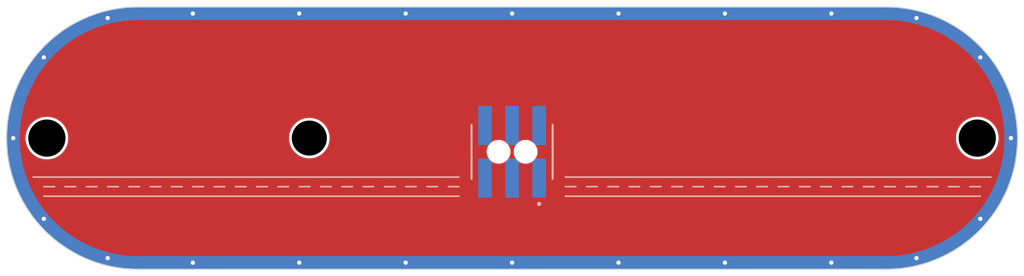
<source format=kicad_pcb>
(kicad_pcb (version 20211014) (generator pcbnew)
  (title_block (title "Joulescope JS220 Front Panel Template") (date "2022-11-12") (rev "1.2") (company "Alvaro Prieto"))
  (layers (0 "F.Cu" signal) (31 "B.Cu" signal) (34 "B.Paste" user) (35 "F.Paste" user) (36 "B.SilkS" user "B.Silkscreen") (37 "F.SilkS" user "F.Silkscreen") (38 "B.Mask" user) (39 "F.Mask" user) (44 "Edge.Cuts" user))
  (net 0 "")
  (net 1 "/V+")
  (net 2 "/V-")
  (net 3 "/I+")
  (net 4 "/I-")
  (net 5 "/CH_GND")
  (footprint "Joulescope:MOUNTING_HOLE_3.3MM" (layer "F.Cu") (at 130.95 100)
    (fp_text reference "H3" hide)
    (fp_text value "MountingHole" hide)
    (pad "" np_thru_hole circle locked (at 0 0) (size 3.3 3.3) (drill 3.3) (layers *.Mask))
  )
  (footprint "Joulescope:MOUNTING_HOLE_3.5_W_KO" (layer "F.Cu") (at 193.71 100)
    (fp_text reference "H2" hide)
    (fp_text value "MountingHole" hide)
    (pad "" np_thru_hole circle locked (at 0 0) (size 3.5 3.5) (drill 3.5) (layers *.Mask))
  )
  (footprint "Joulescope:MOUNTING_HOLE_3.5_W_KO" (layer "F.Cu") (at 106.29 100)
    (fp_text reference "H1" hide)
    (fp_text value "MountingHole" hide)
    (pad "" np_thru_hole circle locked (at 0 0) (size 3.5 3.5) (drill 3.5) (layers *.Mask))
  )
  (footprint "Joulescope:TINY_TP" (layer "F.Cu") (at 169.6 89.5)
    (fp_text reference "TP1" hide)
    (fp_text value "Chassis Ground" hide)
    (pad "1" smd circle locked (at 0 0.3) (size 0.1 0.1) (layers "F.Cu" "F.Paste" "F.Mask") (net 5 "/CH_GND"))
  )
  (footprint "Joulescope:SAMTEC_TSM-103-01-S-DV-A" (layer "B.Cu") (at 150 101.29)
    (fp_text reference "J1" hide)
    (fp_text value "JS220" hide)
    (fp_line (start -3.81 -2.54) (end -3.81 2.54) (layer "B.SilkS") (width 0.2))
    (fp_line (start 3.81 2.54) (end 3.81 -2.54) (layer "B.SilkS") (width 0.2))
    (fp_circle (center 2.54 4.9) (end 2.64 4.9) (layer "B.SilkS") (width 0.2) (fill none))
    (pad "" np_thru_hole circle locked (at 1.27 0) (size 1.73 1.73) (drill 1.73) (layers *.Cu *.Mask))
    (pad "" np_thru_hole circle locked (at -1.27 0) (size 1.73 1.73) (drill 1.73) (layers *.Cu *.Mask))
    (pad "1" smd custom locked (at 2.54 2.475) (size 0.8 2.5) (layers "B.Cu") (net 3 "/I+") (options (clearance outline) (anchor rect)) (primitives (gr_poly (pts (xy 0.635 -1.84) (xy 0.635 1.84) (xy -0.635 1.84) (xy -0.635 -1.48) (xy -0.275 -1.84)) (width 0.01) (fill yes))))
    (pad "2" smd custom locked (at 2.54 -2.475) (size 0.8 2.5) (layers "B.Cu") (net 3 "/I+") (options (clearance outline) (anchor rect)) (primitives (gr_poly (pts (xy 0.635 1.84) (xy 0.635 -1.84) (xy -0.635 -1.84) (xy -0.635 1.48) (xy -0.275 1.84)) (width 0.01) (fill yes))))
    (pad "3" smd custom locked (at 0 2.475) (size 0.8 2.5) (layers "B.Cu") (net 4 "/I-") (options (clearance outline) (anchor rect)) (primitives (gr_poly (pts (xy -0.275 -1.84) (xy 0.275 -1.84) (xy 0.635 -1.48) (xy 0.635 1.84) (xy -0.635 1.84) (xy -0.635 -1.48)) (width 0.01) (fill yes))))
    (pad "4" smd custom locked (at 0 -2.475) (size 0.8 2.5) (layers "B.Cu") (net 4 "/I-") (options (clearance outline) (anchor rect)) (primitives (gr_poly (pts (xy 0.275 1.84) (xy -0.275 1.84) (xy -0.635 1.48) (xy -0.635 -1.84) (xy 0.635 -1.84) (xy 0.635 1.48)) (width 0.01) (fill yes))))
    (pad "5" smd custom locked (at -2.54 2.475) (size 0.8 2.5) (layers "B.Cu") (net 2 "/V-") (options (clearance outline) (anchor rect)) (primitives (gr_poly (pts (xy -0.635 -1.84) (xy -0.635 1.84) (xy 0.635 1.84) (xy 0.635 -1.48) (xy 0.275 -1.84)) (width 0.01) (fill yes))))
    (pad "6" smd custom locked (at -2.54 -2.475) (size 0.8 2.5) (layers "B.Cu") (net 1 "/V+") (options (clearance outline) (anchor rect)) (primitives (gr_poly (pts (xy -0.635 1.84) (xy -0.635 -1.84) (xy 0.635 -1.84) (xy 0.635 1.48) (xy 0.275 1.84)) (width 0.01) (fill yes))))
  )
  (gr_line locked (start 163 104.57) (end 164 104.57) (layer "B.SilkS") (width 0.15))
  (gr_line locked (start 193 104.57) (end 194 104.57) (layer "B.SilkS") (width 0.15))
  (gr_line locked (start 116 104.57) (end 117 104.57) (layer "B.SilkS") (width 0.15))
  (gr_line locked (start 138 104.57) (end 139 104.57) (layer "B.SilkS") (width 0.15))
  (gr_line locked (start 136 104.57) (end 137 104.57) (layer "B.SilkS") (width 0.15))
  (gr_line locked (start 169 104.57) (end 170 104.57) (layer "B.SilkS") (width 0.15))
  (gr_line locked (start 159 104.57) (end 160 104.57) (layer "B.SilkS") (width 0.15))
  (gr_line locked (start 118 104.57) (end 119 104.57) (layer "B.SilkS") (width 0.15))
  (gr_line locked (start 167 104.57) (end 168 104.57) (layer "B.SilkS") (width 0.15))
  (gr_line locked (start 134 104.57) (end 135 104.57) (layer "B.SilkS") (width 0.15))
  (gr_line locked (start 161 104.57) (end 162 104.57) (layer "B.SilkS") (width 0.15))
  (gr_line locked (start 128 104.57) (end 129 104.57) (layer "B.SilkS") (width 0.15))
  (gr_line locked (start 106 104.57) (end 107 104.57) (layer "B.SilkS") (width 0.15))
  (gr_line locked (start 126 104.57) (end 127 104.57) (layer "B.SilkS") (width 0.15))
  (gr_line locked (start 189 104.57) (end 190 104.57) (layer "B.SilkS") (width 0.15))
  (gr_line locked (start 110 104.57) (end 111 104.57) (layer "B.SilkS") (width 0.15))
  (gr_line locked (start 108 104.57) (end 109 104.57) (layer "B.SilkS") (width 0.15))
  (gr_line locked (start 191 104.57) (end 192 104.57) (layer "B.SilkS") (width 0.15))
  (gr_line locked (start 165 104.57) (end 166 104.57) (layer "B.SilkS") (width 0.15))
  (gr_line locked (start 155 105.47) (end 194 105.47) (layer "B.SilkS") (width 0.15))
  (gr_line locked (start 122 104.57) (end 123 104.57) (layer "B.SilkS") (width 0.15))
  (gr_line locked (start 105 103.67) (end 145 103.67) (layer "B.SilkS") (width 0.15))
  (gr_line locked (start 120 104.57) (end 121 104.57) (layer "B.SilkS") (width 0.15))
  (gr_line locked (start 142 104.57) (end 143 104.57) (layer "B.SilkS") (width 0.15))
  (gr_line locked (start 173 104.57) (end 174 104.57) (layer "B.SilkS") (width 0.15))
  (gr_line locked (start 175 104.57) (end 176 104.57) (layer "B.SilkS") (width 0.15))
  (gr_line locked (start 179 104.57) (end 180 104.57) (layer "B.SilkS") (width 0.15))
  (gr_line locked (start 185 104.57) (end 186 104.57) (layer "B.SilkS") (width 0.15))
  (gr_line locked (start 155 104.57) (end 156 104.57) (layer "B.SilkS") (width 0.15))
  (gr_line locked (start 124 104.57) (end 125 104.57) (layer "B.SilkS") (width 0.15))
  (gr_line locked (start 181 104.57) (end 182 104.57) (layer "B.SilkS") (width 0.15))
  (gr_line locked (start 155 103.67) (end 195 103.67) (layer "B.SilkS") (width 0.15))
  (gr_line locked (start 114 104.57) (end 115 104.57) (layer "B.SilkS") (width 0.15))
  (gr_line locked (start 177 104.57) (end 178 104.57) (layer "B.SilkS") (width 0.15))
  (gr_line locked (start 140 104.57) (end 141 104.57) (layer "B.SilkS") (width 0.15))
  (gr_line locked (start 132 104.57) (end 133 104.57) (layer "B.SilkS") (width 0.15))
  (gr_line locked (start 112 104.57) (end 113 104.57) (layer "B.SilkS") (width 0.15))
  (gr_line locked (start 187 104.57) (end 188 104.57) (layer "B.SilkS") (width 0.15))
  (gr_line locked (start 183 104.57) (end 184 104.57) (layer "B.SilkS") (width 0.15))
  (gr_line locked (start 130 104.57) (end 131 104.57) (layer "B.SilkS") (width 0.15))
  (gr_line locked (start 171 104.57) (end 172 104.57) (layer "B.SilkS") (width 0.15))
  (gr_line locked (start 145 105.47) (end 106 105.47) (layer "B.SilkS") (width 0.15))
  (gr_line locked (start 144 104.57) (end 145 104.57) (layer "B.SilkS") (width 0.15))
  (gr_line locked (start 157 104.57) (end 158 104.57) (layer "B.SilkS") (width 0.15))
  (gr_arc locked (start 185.15 87.65) (mid 197.5 100) (end 185.15 112.35) (layer "Edge.Cuts") (width 0.1))
  (gr_line locked (start 114.85 112.35) (end 185.15 112.35) (layer "Edge.Cuts") (width 0.1))
  (gr_arc locked (start 114.85 112.35) (mid 102.5 100) (end 114.85 87.65) (layer "Edge.Cuts") (width 0.1))
  (gr_line locked (start 185.15 87.65) (end 114.85 87.65) (layer "Edge.Cuts") (width 0.1))
  (via locked (at 103.125 100) (size 0.8) (drill 0.4) (layers "F.Cu" "B.Cu") (net 5))
  (via locked (at 130 88.275) (size 0.8) (drill 0.4) (layers "F.Cu" "B.Cu") (net 5))
  (via locked (at 180 111.725) (size 0.8) (drill 0.4) (layers "F.Cu" "B.Cu") (net 5))
  (via locked (at 120 88.275) (size 0.8) (drill 0.4) (layers "F.Cu" "B.Cu") (net 5))
  (via locked (at 130 111.725) (size 0.8) (drill 0.4) (layers "F.Cu" "B.Cu") (net 5))
  (via locked (at 188 88.7) (size 0.8) (drill 0.4) (layers "F.Cu" "B.Cu") (net 5))
  (via locked (at 140 88.275) (size 0.8) (drill 0.4) (layers "F.Cu" "B.Cu") (net 5))
  (via locked (at 180 88.275) (size 0.8) (drill 0.4) (layers "F.Cu" "B.Cu") (net 5))
  (via locked (at 112 111.3) (size 0.8) (drill 0.4) (layers "F.Cu" "B.Cu") (net 5))
  (via locked (at 188 111.3) (size 0.8) (drill 0.4) (layers "F.Cu" "B.Cu") (net 5))
  (via locked (at 150 111.725) (size 0.8) (drill 0.4) (layers "F.Cu" "B.Cu") (net 5))
  (via locked (at 170 111.725) (size 0.8) (drill 0.4) (layers "F.Cu" "B.Cu") (net 5))
  (via locked (at 194 92.4) (size 0.8) (drill 0.4) (layers "F.Cu" "B.Cu") (net 5))
  (via locked (at 160 111.725) (size 0.8) (drill 0.4) (layers "F.Cu" "B.Cu") (net 5))
  (via locked (at 196.875 100) (size 0.8) (drill 0.4) (layers "F.Cu" "B.Cu") (net 5))
  (via locked (at 150 88.275) (size 0.8) (drill 0.4) (layers "F.Cu" "B.Cu") (net 5))
  (via locked (at 112 88.7) (size 0.8) (drill 0.4) (layers "F.Cu" "B.Cu") (net 5))
  (via locked (at 120 111.725) (size 0.8) (drill 0.4) (layers "F.Cu" "B.Cu") (net 5))
  (via locked (at 160 88.275) (size 0.8) (drill 0.4) (layers "F.Cu" "B.Cu") (net 5))
  (via locked (at 106 107.6) (size 0.8) (drill 0.4) (layers "F.Cu" "B.Cu") (net 5))
  (via locked (at 194 107.6) (size 0.8) (drill 0.4) (layers "F.Cu" "B.Cu") (net 5))
  (via locked (at 170 88.275) (size 0.8) (drill 0.4) (layers "F.Cu" "B.Cu") (net 5))
  (via locked (at 106 92.4) (size 0.8) (drill 0.4) (layers "F.Cu" "B.Cu") (net 5))
  (via locked (at 140 111.725) (size 0.8) (drill 0.4) (layers "F.Cu" "B.Cu") (net 5))
  (segment locked (start 120 111.725) (end 114.85 111.725) (width 1.24) (layer "B.Cu") (net 5))
  (segment locked (start 130 88.275) (end 120 88.275) (width 1.24) (layer "B.Cu") (net 5))
  (segment locked (start 160 111.725) (end 140 111.725) (width 1.24) (layer "B.Cu") (net 5))
  (segment locked (start 120 88.275) (end 114.85 88.275) (width 1.24) (layer "B.Cu") (net 5))
  (segment locked (start 170 111.725) (end 160 111.725) (width 1.24) (layer "B.Cu") (net 5))
  (segment locked (start 140 88.275) (end 130 88.275) (width 1.24) (layer "B.Cu") (net 5))
  (segment locked (start 140 111.725) (end 130 111.725) (width 1.24) (layer "B.Cu") (net 5))
  (segment locked (start 180 111.725) (end 170 111.725) (width 1.24) (layer "B.Cu") (net 5))
  (segment locked (start 180 88.275) (end 170 88.275) (width 1.24) (layer "B.Cu") (net 5))
  (segment locked (start 185.15 111.725) (end 180 111.725) (width 1.24) (layer "B.Cu") (net 5))
  (segment locked (start 170 88.275) (end 160 88.275) (width 1.24) (layer "B.Cu") (net 5))
  (segment locked (start 185.15 88.275) (end 180 88.275) (width 1.24) (layer "B.Cu") (net 5))
  (segment locked (start 160 88.275) (end 140 88.275) (width 1.24) (layer "B.Cu") (net 5))
  (segment locked (start 130 111.725) (end 120 111.725) (width 1.24) (layer "B.Cu") (net 5))
  (arc locked (start 185.15 88.275) (mid 196.875 100) (end 185.15 111.725) (width 1.24) (layer "B.Cu") (net 5))
  (arc locked (start 114.85 111.725) (mid 103.125 100) (end 114.85 88.275) (width 1.24) (layer "B.Cu") (net 5))
  (zone locked (net 5) (net_name "/CH_GND") (layer "F.Cu") (name "CH_GND") (connect_pads yes (clearance 0)) (min_thickness 0.254) (fill yes (thermal_gap 0.508) (thermal_bridge_width 0.508))
    (polygon (pts (xy 198 113) (xy 102 113) (xy 102 87) (xy 198 87)))
  )
)
</source>
